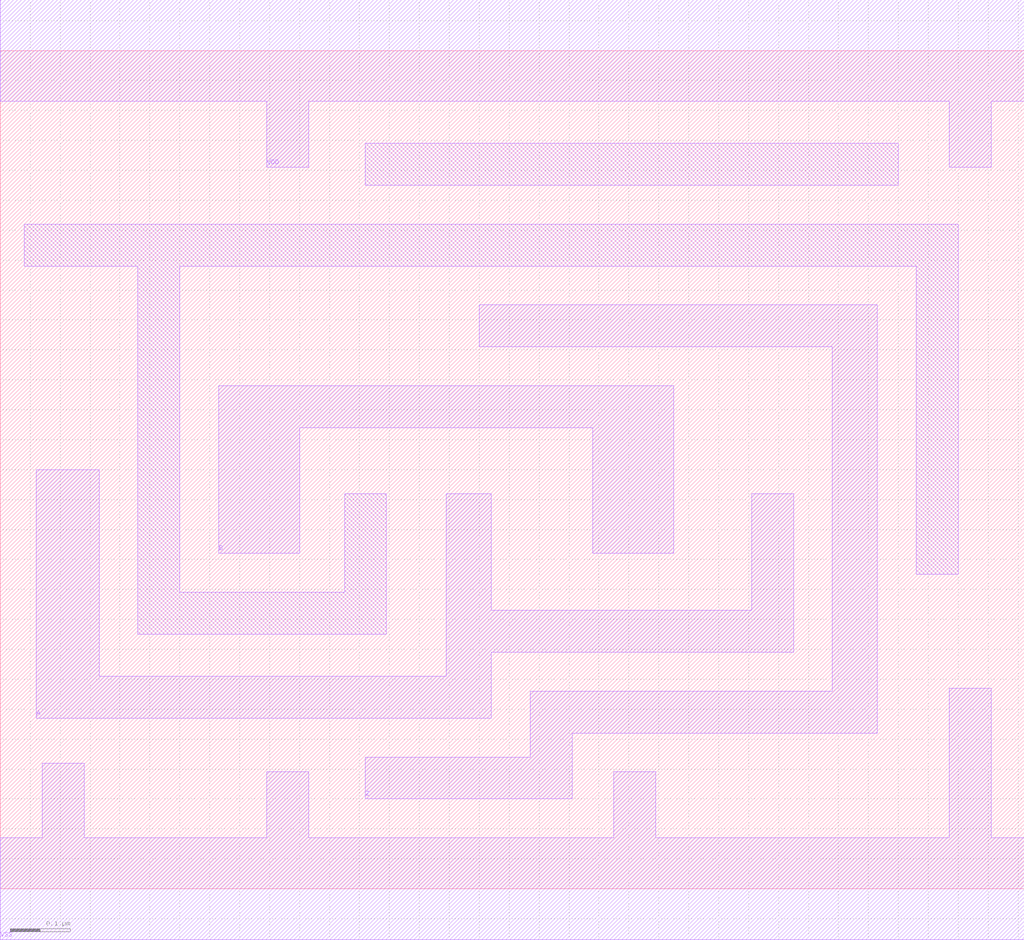
<source format=lef>
# 
# ******************************************************************************
# *                                                                            *
# *                   Copyright (C) 2004-2010, Nangate Inc.                    *
# *                           All rights reserved.                             *
# *                                                                            *
# * Nangate and the Nangate logo are trademarks of Nangate Inc.                *
# *                                                                            *
# * All trademarks, logos, software marks, and trade names (collectively the   *
# * "Marks") in this program are proprietary to Nangate or other respective    *
# * owners that have granted Nangate the right and license to use such Marks.  *
# * You are not permitted to use the Marks without the prior written consent   *
# * of Nangate or such third party that may own the Marks.                     *
# *                                                                            *
# * This file has been provided pursuant to a License Agreement containing     *
# * restrictions on its use. This file contains valuable trade secrets and     *
# * proprietary information of Nangate Inc., and is protected by U.S. and      *
# * international laws and/or treaties.                                        *
# *                                                                            *
# * The copyright notice(s) in this file does not indicate actual or intended  *
# * publication of this file.                                                  *
# *                                                                            *
# *     NGLibraryCreator, v2010.08-HR32-SP3-2010-08-05 - build 1009061800      *
# *                                                                            *
# ******************************************************************************
# 
# 
# Running on brazil06.nangate.com.br for user Giancarlo Franciscatto (gfr).
# Local time is now Fri, 3 Dec 2010, 19:32:18.
# Main process id is 27821.

VERSION 5.6 ;
BUSBITCHARS "[]" ;
DIVIDERCHAR "/" ;

MACRO XOR2_X2
  CLASS core ;
  FOREIGN XOR2_X2 0.0 0.0 ;
  ORIGIN 0 0 ;
  SYMMETRY X Y ;
  SITE FreePDK45_38x28_10R_NP_162NW_34O ;
  SIZE 1.71 BY 1.4 ;
  PIN A
    DIRECTION INPUT ;
    ANTENNAPARTIALMETALAREA 0.1613 LAYER metal1 ;
    ANTENNAPARTIALMETALSIDEAREA 0.5668 LAYER metal1 ;
    ANTENNAGATEAREA 0.15675 ;
    PORT
      LAYER metal1 ;
        POLYGON 0.06 0.285 0.82 0.285 0.82 0.395 1.325 0.395 1.325 0.66 1.255 0.66 1.255 0.465 0.82 0.465 0.82 0.66 0.745 0.66 0.745 0.355 0.165 0.355 0.165 0.7 0.06 0.7  ;
    END
  END A
  PIN B
    DIRECTION INPUT ;
    ANTENNAPARTIALMETALAREA 0.1099 LAYER metal1 ;
    ANTENNAPARTIALMETALSIDEAREA 0.325 LAYER metal1 ;
    ANTENNAGATEAREA 0.15675 ;
    PORT
      LAYER metal1 ;
        POLYGON 0.365 0.56 0.5 0.56 0.5 0.77 0.99 0.77 0.99 0.56 1.125 0.56 1.125 0.84 0.365 0.84  ;
    END
  END B
  PIN Z
    DIRECTION OUTPUT ;
    ANTENNAPARTIALMETALAREA 0.157225 LAYER metal1 ;
    ANTENNAPARTIALMETALSIDEAREA 0.5902 LAYER metal1 ;
    ANTENNADIFFAREA 0.2926 ;
    PORT
      LAYER metal1 ;
        POLYGON 0.8 0.905 1.39 0.905 1.39 0.33 0.885 0.33 0.885 0.22 0.61 0.22 0.61 0.15 0.955 0.15 0.955 0.26 1.465 0.26 1.465 0.975 0.8 0.975  ;
    END
  END Z
  PIN VDD
    DIRECTION INOUT ;
    USE power ;
    SHAPE ABUTMENT ;
    PORT
      LAYER metal1 ;
        POLYGON 0 1.315 0.445 1.315 0.445 1.205 0.515 1.205 0.515 1.315 1.5 1.315 1.585 1.315 1.585 1.205 1.6 1.205 1.655 1.205 1.655 1.315 1.71 1.315 1.71 1.485 1.6 1.485 1.5 1.485 0 1.485  ;
    END
  END VDD
  PIN VSS
    DIRECTION INOUT ;
    USE ground ;
    SHAPE ABUTMENT ;
    PORT
      LAYER metal1 ;
        POLYGON 0 -0.085 1.71 -0.085 1.71 0.085 1.655 0.085 1.655 0.335 1.585 0.335 1.585 0.085 1.095 0.085 1.095 0.195 1.025 0.195 1.025 0.085 0.515 0.085 0.515 0.195 0.445 0.195 0.445 0.085 0.14 0.085 0.14 0.21 0.07 0.21 0.07 0.085 0 0.085  ;
    END
  END VSS
  OBS
      LAYER metal1 ;
        POLYGON 0.61 1.175 1.5 1.175 1.5 1.245 0.61 1.245  ;
        POLYGON 0.3 1.04 1.53 1.04 1.53 0.525 1.6 0.525 1.6 1.11 0.04 1.11 0.04 1.04 0.23 1.04 0.23 0.425 0.645 0.425 0.645 0.66 0.575 0.66 0.575 0.495 0.3 0.495  ;
  END
END XOR2_X2

END LIBRARY
#
# End of file
#

</source>
